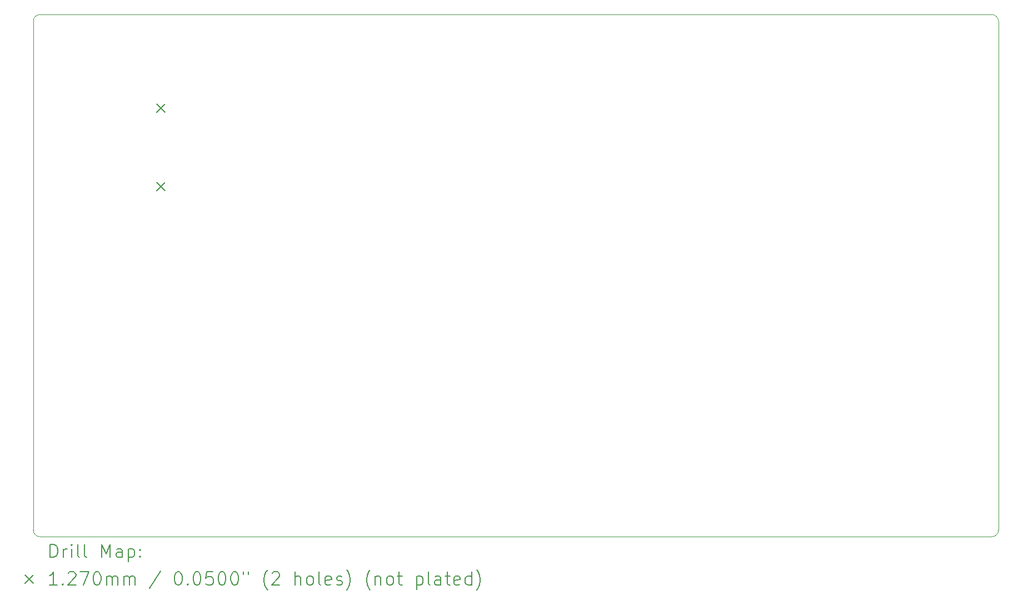
<source format=gbr>
%TF.GenerationSoftware,KiCad,Pcbnew,8.0.2*%
%TF.CreationDate,2024-05-21T21:06:25-07:00*%
%TF.ProjectId,voltage ref calibration tool,766f6c74-6167-4652-9072-65662063616c,rev?*%
%TF.SameCoordinates,Original*%
%TF.FileFunction,Drillmap*%
%TF.FilePolarity,Positive*%
%FSLAX45Y45*%
G04 Gerber Fmt 4.5, Leading zero omitted, Abs format (unit mm)*
G04 Created by KiCad (PCBNEW 8.0.2) date 2024-05-21 21:06:25*
%MOMM*%
%LPD*%
G01*
G04 APERTURE LIST*
%ADD10C,0.050000*%
%ADD11C,0.200000*%
%ADD12C,0.127000*%
G04 APERTURE END LIST*
D10*
X3733800Y-11252200D02*
G75*
G02*
X3632200Y-11150600I0J101600D01*
G01*
X3733800Y-11252200D02*
X18237200Y-11252200D01*
X18237200Y-3302000D02*
G75*
G02*
X18338800Y-3403600I0J-101600D01*
G01*
X3632200Y-3403600D02*
X3632200Y-11150600D01*
X18237200Y-3302000D02*
X3733800Y-3302000D01*
X18338800Y-11150600D02*
X18338800Y-3403600D01*
X3632200Y-3403600D02*
G75*
G02*
X3733800Y-3302000I101600J0D01*
G01*
X18338800Y-11150600D02*
G75*
G02*
X18237200Y-11252200I-101600J0D01*
G01*
D11*
D12*
X5511800Y-4660900D02*
X5638800Y-4787900D01*
X5638800Y-4660900D02*
X5511800Y-4787900D01*
X5511800Y-5860898D02*
X5638800Y-5987898D01*
X5638800Y-5860898D02*
X5511800Y-5987898D01*
D11*
X3890477Y-11566184D02*
X3890477Y-11366184D01*
X3890477Y-11366184D02*
X3938096Y-11366184D01*
X3938096Y-11366184D02*
X3966667Y-11375708D01*
X3966667Y-11375708D02*
X3985715Y-11394755D01*
X3985715Y-11394755D02*
X3995239Y-11413803D01*
X3995239Y-11413803D02*
X4004762Y-11451898D01*
X4004762Y-11451898D02*
X4004762Y-11480469D01*
X4004762Y-11480469D02*
X3995239Y-11518565D01*
X3995239Y-11518565D02*
X3985715Y-11537612D01*
X3985715Y-11537612D02*
X3966667Y-11556660D01*
X3966667Y-11556660D02*
X3938096Y-11566184D01*
X3938096Y-11566184D02*
X3890477Y-11566184D01*
X4090477Y-11566184D02*
X4090477Y-11432850D01*
X4090477Y-11470946D02*
X4100001Y-11451898D01*
X4100001Y-11451898D02*
X4109524Y-11442374D01*
X4109524Y-11442374D02*
X4128572Y-11432850D01*
X4128572Y-11432850D02*
X4147620Y-11432850D01*
X4214286Y-11566184D02*
X4214286Y-11432850D01*
X4214286Y-11366184D02*
X4204763Y-11375708D01*
X4204763Y-11375708D02*
X4214286Y-11385231D01*
X4214286Y-11385231D02*
X4223810Y-11375708D01*
X4223810Y-11375708D02*
X4214286Y-11366184D01*
X4214286Y-11366184D02*
X4214286Y-11385231D01*
X4338096Y-11566184D02*
X4319048Y-11556660D01*
X4319048Y-11556660D02*
X4309524Y-11537612D01*
X4309524Y-11537612D02*
X4309524Y-11366184D01*
X4442858Y-11566184D02*
X4423810Y-11556660D01*
X4423810Y-11556660D02*
X4414286Y-11537612D01*
X4414286Y-11537612D02*
X4414286Y-11366184D01*
X4671429Y-11566184D02*
X4671429Y-11366184D01*
X4671429Y-11366184D02*
X4738096Y-11509041D01*
X4738096Y-11509041D02*
X4804763Y-11366184D01*
X4804763Y-11366184D02*
X4804763Y-11566184D01*
X4985715Y-11566184D02*
X4985715Y-11461422D01*
X4985715Y-11461422D02*
X4976191Y-11442374D01*
X4976191Y-11442374D02*
X4957144Y-11432850D01*
X4957144Y-11432850D02*
X4919048Y-11432850D01*
X4919048Y-11432850D02*
X4900001Y-11442374D01*
X4985715Y-11556660D02*
X4966667Y-11566184D01*
X4966667Y-11566184D02*
X4919048Y-11566184D01*
X4919048Y-11566184D02*
X4900001Y-11556660D01*
X4900001Y-11556660D02*
X4890477Y-11537612D01*
X4890477Y-11537612D02*
X4890477Y-11518565D01*
X4890477Y-11518565D02*
X4900001Y-11499517D01*
X4900001Y-11499517D02*
X4919048Y-11489993D01*
X4919048Y-11489993D02*
X4966667Y-11489993D01*
X4966667Y-11489993D02*
X4985715Y-11480469D01*
X5080953Y-11432850D02*
X5080953Y-11632850D01*
X5080953Y-11442374D02*
X5100001Y-11432850D01*
X5100001Y-11432850D02*
X5138096Y-11432850D01*
X5138096Y-11432850D02*
X5157144Y-11442374D01*
X5157144Y-11442374D02*
X5166667Y-11451898D01*
X5166667Y-11451898D02*
X5176191Y-11470946D01*
X5176191Y-11470946D02*
X5176191Y-11528088D01*
X5176191Y-11528088D02*
X5166667Y-11547136D01*
X5166667Y-11547136D02*
X5157144Y-11556660D01*
X5157144Y-11556660D02*
X5138096Y-11566184D01*
X5138096Y-11566184D02*
X5100001Y-11566184D01*
X5100001Y-11566184D02*
X5080953Y-11556660D01*
X5261905Y-11547136D02*
X5271429Y-11556660D01*
X5271429Y-11556660D02*
X5261905Y-11566184D01*
X5261905Y-11566184D02*
X5252382Y-11556660D01*
X5252382Y-11556660D02*
X5261905Y-11547136D01*
X5261905Y-11547136D02*
X5261905Y-11566184D01*
X5261905Y-11442374D02*
X5271429Y-11451898D01*
X5271429Y-11451898D02*
X5261905Y-11461422D01*
X5261905Y-11461422D02*
X5252382Y-11451898D01*
X5252382Y-11451898D02*
X5261905Y-11442374D01*
X5261905Y-11442374D02*
X5261905Y-11461422D01*
D12*
X3502700Y-11831200D02*
X3629700Y-11958200D01*
X3629700Y-11831200D02*
X3502700Y-11958200D01*
D11*
X3995239Y-11986184D02*
X3880953Y-11986184D01*
X3938096Y-11986184D02*
X3938096Y-11786184D01*
X3938096Y-11786184D02*
X3919048Y-11814755D01*
X3919048Y-11814755D02*
X3900001Y-11833803D01*
X3900001Y-11833803D02*
X3880953Y-11843327D01*
X4080953Y-11967136D02*
X4090477Y-11976660D01*
X4090477Y-11976660D02*
X4080953Y-11986184D01*
X4080953Y-11986184D02*
X4071429Y-11976660D01*
X4071429Y-11976660D02*
X4080953Y-11967136D01*
X4080953Y-11967136D02*
X4080953Y-11986184D01*
X4166667Y-11805231D02*
X4176191Y-11795708D01*
X4176191Y-11795708D02*
X4195239Y-11786184D01*
X4195239Y-11786184D02*
X4242858Y-11786184D01*
X4242858Y-11786184D02*
X4261905Y-11795708D01*
X4261905Y-11795708D02*
X4271429Y-11805231D01*
X4271429Y-11805231D02*
X4280953Y-11824279D01*
X4280953Y-11824279D02*
X4280953Y-11843327D01*
X4280953Y-11843327D02*
X4271429Y-11871898D01*
X4271429Y-11871898D02*
X4157143Y-11986184D01*
X4157143Y-11986184D02*
X4280953Y-11986184D01*
X4347620Y-11786184D02*
X4480953Y-11786184D01*
X4480953Y-11786184D02*
X4395239Y-11986184D01*
X4595239Y-11786184D02*
X4614286Y-11786184D01*
X4614286Y-11786184D02*
X4633334Y-11795708D01*
X4633334Y-11795708D02*
X4642858Y-11805231D01*
X4642858Y-11805231D02*
X4652382Y-11824279D01*
X4652382Y-11824279D02*
X4661905Y-11862374D01*
X4661905Y-11862374D02*
X4661905Y-11909993D01*
X4661905Y-11909993D02*
X4652382Y-11948088D01*
X4652382Y-11948088D02*
X4642858Y-11967136D01*
X4642858Y-11967136D02*
X4633334Y-11976660D01*
X4633334Y-11976660D02*
X4614286Y-11986184D01*
X4614286Y-11986184D02*
X4595239Y-11986184D01*
X4595239Y-11986184D02*
X4576191Y-11976660D01*
X4576191Y-11976660D02*
X4566667Y-11967136D01*
X4566667Y-11967136D02*
X4557144Y-11948088D01*
X4557144Y-11948088D02*
X4547620Y-11909993D01*
X4547620Y-11909993D02*
X4547620Y-11862374D01*
X4547620Y-11862374D02*
X4557144Y-11824279D01*
X4557144Y-11824279D02*
X4566667Y-11805231D01*
X4566667Y-11805231D02*
X4576191Y-11795708D01*
X4576191Y-11795708D02*
X4595239Y-11786184D01*
X4747620Y-11986184D02*
X4747620Y-11852850D01*
X4747620Y-11871898D02*
X4757144Y-11862374D01*
X4757144Y-11862374D02*
X4776191Y-11852850D01*
X4776191Y-11852850D02*
X4804763Y-11852850D01*
X4804763Y-11852850D02*
X4823810Y-11862374D01*
X4823810Y-11862374D02*
X4833334Y-11881422D01*
X4833334Y-11881422D02*
X4833334Y-11986184D01*
X4833334Y-11881422D02*
X4842858Y-11862374D01*
X4842858Y-11862374D02*
X4861905Y-11852850D01*
X4861905Y-11852850D02*
X4890477Y-11852850D01*
X4890477Y-11852850D02*
X4909525Y-11862374D01*
X4909525Y-11862374D02*
X4919048Y-11881422D01*
X4919048Y-11881422D02*
X4919048Y-11986184D01*
X5014286Y-11986184D02*
X5014286Y-11852850D01*
X5014286Y-11871898D02*
X5023810Y-11862374D01*
X5023810Y-11862374D02*
X5042858Y-11852850D01*
X5042858Y-11852850D02*
X5071429Y-11852850D01*
X5071429Y-11852850D02*
X5090477Y-11862374D01*
X5090477Y-11862374D02*
X5100001Y-11881422D01*
X5100001Y-11881422D02*
X5100001Y-11986184D01*
X5100001Y-11881422D02*
X5109525Y-11862374D01*
X5109525Y-11862374D02*
X5128572Y-11852850D01*
X5128572Y-11852850D02*
X5157144Y-11852850D01*
X5157144Y-11852850D02*
X5176191Y-11862374D01*
X5176191Y-11862374D02*
X5185715Y-11881422D01*
X5185715Y-11881422D02*
X5185715Y-11986184D01*
X5576191Y-11776660D02*
X5404763Y-12033803D01*
X5833334Y-11786184D02*
X5852382Y-11786184D01*
X5852382Y-11786184D02*
X5871429Y-11795708D01*
X5871429Y-11795708D02*
X5880953Y-11805231D01*
X5880953Y-11805231D02*
X5890477Y-11824279D01*
X5890477Y-11824279D02*
X5900001Y-11862374D01*
X5900001Y-11862374D02*
X5900001Y-11909993D01*
X5900001Y-11909993D02*
X5890477Y-11948088D01*
X5890477Y-11948088D02*
X5880953Y-11967136D01*
X5880953Y-11967136D02*
X5871429Y-11976660D01*
X5871429Y-11976660D02*
X5852382Y-11986184D01*
X5852382Y-11986184D02*
X5833334Y-11986184D01*
X5833334Y-11986184D02*
X5814286Y-11976660D01*
X5814286Y-11976660D02*
X5804763Y-11967136D01*
X5804763Y-11967136D02*
X5795239Y-11948088D01*
X5795239Y-11948088D02*
X5785715Y-11909993D01*
X5785715Y-11909993D02*
X5785715Y-11862374D01*
X5785715Y-11862374D02*
X5795239Y-11824279D01*
X5795239Y-11824279D02*
X5804763Y-11805231D01*
X5804763Y-11805231D02*
X5814286Y-11795708D01*
X5814286Y-11795708D02*
X5833334Y-11786184D01*
X5985715Y-11967136D02*
X5995239Y-11976660D01*
X5995239Y-11976660D02*
X5985715Y-11986184D01*
X5985715Y-11986184D02*
X5976191Y-11976660D01*
X5976191Y-11976660D02*
X5985715Y-11967136D01*
X5985715Y-11967136D02*
X5985715Y-11986184D01*
X6119048Y-11786184D02*
X6138096Y-11786184D01*
X6138096Y-11786184D02*
X6157144Y-11795708D01*
X6157144Y-11795708D02*
X6166667Y-11805231D01*
X6166667Y-11805231D02*
X6176191Y-11824279D01*
X6176191Y-11824279D02*
X6185715Y-11862374D01*
X6185715Y-11862374D02*
X6185715Y-11909993D01*
X6185715Y-11909993D02*
X6176191Y-11948088D01*
X6176191Y-11948088D02*
X6166667Y-11967136D01*
X6166667Y-11967136D02*
X6157144Y-11976660D01*
X6157144Y-11976660D02*
X6138096Y-11986184D01*
X6138096Y-11986184D02*
X6119048Y-11986184D01*
X6119048Y-11986184D02*
X6100001Y-11976660D01*
X6100001Y-11976660D02*
X6090477Y-11967136D01*
X6090477Y-11967136D02*
X6080953Y-11948088D01*
X6080953Y-11948088D02*
X6071429Y-11909993D01*
X6071429Y-11909993D02*
X6071429Y-11862374D01*
X6071429Y-11862374D02*
X6080953Y-11824279D01*
X6080953Y-11824279D02*
X6090477Y-11805231D01*
X6090477Y-11805231D02*
X6100001Y-11795708D01*
X6100001Y-11795708D02*
X6119048Y-11786184D01*
X6366667Y-11786184D02*
X6271429Y-11786184D01*
X6271429Y-11786184D02*
X6261906Y-11881422D01*
X6261906Y-11881422D02*
X6271429Y-11871898D01*
X6271429Y-11871898D02*
X6290477Y-11862374D01*
X6290477Y-11862374D02*
X6338096Y-11862374D01*
X6338096Y-11862374D02*
X6357144Y-11871898D01*
X6357144Y-11871898D02*
X6366667Y-11881422D01*
X6366667Y-11881422D02*
X6376191Y-11900469D01*
X6376191Y-11900469D02*
X6376191Y-11948088D01*
X6376191Y-11948088D02*
X6366667Y-11967136D01*
X6366667Y-11967136D02*
X6357144Y-11976660D01*
X6357144Y-11976660D02*
X6338096Y-11986184D01*
X6338096Y-11986184D02*
X6290477Y-11986184D01*
X6290477Y-11986184D02*
X6271429Y-11976660D01*
X6271429Y-11976660D02*
X6261906Y-11967136D01*
X6500001Y-11786184D02*
X6519048Y-11786184D01*
X6519048Y-11786184D02*
X6538096Y-11795708D01*
X6538096Y-11795708D02*
X6547620Y-11805231D01*
X6547620Y-11805231D02*
X6557144Y-11824279D01*
X6557144Y-11824279D02*
X6566667Y-11862374D01*
X6566667Y-11862374D02*
X6566667Y-11909993D01*
X6566667Y-11909993D02*
X6557144Y-11948088D01*
X6557144Y-11948088D02*
X6547620Y-11967136D01*
X6547620Y-11967136D02*
X6538096Y-11976660D01*
X6538096Y-11976660D02*
X6519048Y-11986184D01*
X6519048Y-11986184D02*
X6500001Y-11986184D01*
X6500001Y-11986184D02*
X6480953Y-11976660D01*
X6480953Y-11976660D02*
X6471429Y-11967136D01*
X6471429Y-11967136D02*
X6461906Y-11948088D01*
X6461906Y-11948088D02*
X6452382Y-11909993D01*
X6452382Y-11909993D02*
X6452382Y-11862374D01*
X6452382Y-11862374D02*
X6461906Y-11824279D01*
X6461906Y-11824279D02*
X6471429Y-11805231D01*
X6471429Y-11805231D02*
X6480953Y-11795708D01*
X6480953Y-11795708D02*
X6500001Y-11786184D01*
X6690477Y-11786184D02*
X6709525Y-11786184D01*
X6709525Y-11786184D02*
X6728572Y-11795708D01*
X6728572Y-11795708D02*
X6738096Y-11805231D01*
X6738096Y-11805231D02*
X6747620Y-11824279D01*
X6747620Y-11824279D02*
X6757144Y-11862374D01*
X6757144Y-11862374D02*
X6757144Y-11909993D01*
X6757144Y-11909993D02*
X6747620Y-11948088D01*
X6747620Y-11948088D02*
X6738096Y-11967136D01*
X6738096Y-11967136D02*
X6728572Y-11976660D01*
X6728572Y-11976660D02*
X6709525Y-11986184D01*
X6709525Y-11986184D02*
X6690477Y-11986184D01*
X6690477Y-11986184D02*
X6671429Y-11976660D01*
X6671429Y-11976660D02*
X6661906Y-11967136D01*
X6661906Y-11967136D02*
X6652382Y-11948088D01*
X6652382Y-11948088D02*
X6642858Y-11909993D01*
X6642858Y-11909993D02*
X6642858Y-11862374D01*
X6642858Y-11862374D02*
X6652382Y-11824279D01*
X6652382Y-11824279D02*
X6661906Y-11805231D01*
X6661906Y-11805231D02*
X6671429Y-11795708D01*
X6671429Y-11795708D02*
X6690477Y-11786184D01*
X6833334Y-11786184D02*
X6833334Y-11824279D01*
X6909525Y-11786184D02*
X6909525Y-11824279D01*
X7204763Y-12062374D02*
X7195239Y-12052850D01*
X7195239Y-12052850D02*
X7176191Y-12024279D01*
X7176191Y-12024279D02*
X7166668Y-12005231D01*
X7166668Y-12005231D02*
X7157144Y-11976660D01*
X7157144Y-11976660D02*
X7147620Y-11929041D01*
X7147620Y-11929041D02*
X7147620Y-11890946D01*
X7147620Y-11890946D02*
X7157144Y-11843327D01*
X7157144Y-11843327D02*
X7166668Y-11814755D01*
X7166668Y-11814755D02*
X7176191Y-11795708D01*
X7176191Y-11795708D02*
X7195239Y-11767136D01*
X7195239Y-11767136D02*
X7204763Y-11757612D01*
X7271429Y-11805231D02*
X7280953Y-11795708D01*
X7280953Y-11795708D02*
X7300001Y-11786184D01*
X7300001Y-11786184D02*
X7347620Y-11786184D01*
X7347620Y-11786184D02*
X7366668Y-11795708D01*
X7366668Y-11795708D02*
X7376191Y-11805231D01*
X7376191Y-11805231D02*
X7385715Y-11824279D01*
X7385715Y-11824279D02*
X7385715Y-11843327D01*
X7385715Y-11843327D02*
X7376191Y-11871898D01*
X7376191Y-11871898D02*
X7261906Y-11986184D01*
X7261906Y-11986184D02*
X7385715Y-11986184D01*
X7623810Y-11986184D02*
X7623810Y-11786184D01*
X7709525Y-11986184D02*
X7709525Y-11881422D01*
X7709525Y-11881422D02*
X7700001Y-11862374D01*
X7700001Y-11862374D02*
X7680953Y-11852850D01*
X7680953Y-11852850D02*
X7652382Y-11852850D01*
X7652382Y-11852850D02*
X7633334Y-11862374D01*
X7633334Y-11862374D02*
X7623810Y-11871898D01*
X7833334Y-11986184D02*
X7814287Y-11976660D01*
X7814287Y-11976660D02*
X7804763Y-11967136D01*
X7804763Y-11967136D02*
X7795239Y-11948088D01*
X7795239Y-11948088D02*
X7795239Y-11890946D01*
X7795239Y-11890946D02*
X7804763Y-11871898D01*
X7804763Y-11871898D02*
X7814287Y-11862374D01*
X7814287Y-11862374D02*
X7833334Y-11852850D01*
X7833334Y-11852850D02*
X7861906Y-11852850D01*
X7861906Y-11852850D02*
X7880953Y-11862374D01*
X7880953Y-11862374D02*
X7890477Y-11871898D01*
X7890477Y-11871898D02*
X7900001Y-11890946D01*
X7900001Y-11890946D02*
X7900001Y-11948088D01*
X7900001Y-11948088D02*
X7890477Y-11967136D01*
X7890477Y-11967136D02*
X7880953Y-11976660D01*
X7880953Y-11976660D02*
X7861906Y-11986184D01*
X7861906Y-11986184D02*
X7833334Y-11986184D01*
X8014287Y-11986184D02*
X7995239Y-11976660D01*
X7995239Y-11976660D02*
X7985715Y-11957612D01*
X7985715Y-11957612D02*
X7985715Y-11786184D01*
X8166668Y-11976660D02*
X8147620Y-11986184D01*
X8147620Y-11986184D02*
X8109525Y-11986184D01*
X8109525Y-11986184D02*
X8090477Y-11976660D01*
X8090477Y-11976660D02*
X8080953Y-11957612D01*
X8080953Y-11957612D02*
X8080953Y-11881422D01*
X8080953Y-11881422D02*
X8090477Y-11862374D01*
X8090477Y-11862374D02*
X8109525Y-11852850D01*
X8109525Y-11852850D02*
X8147620Y-11852850D01*
X8147620Y-11852850D02*
X8166668Y-11862374D01*
X8166668Y-11862374D02*
X8176191Y-11881422D01*
X8176191Y-11881422D02*
X8176191Y-11900469D01*
X8176191Y-11900469D02*
X8080953Y-11919517D01*
X8252382Y-11976660D02*
X8271430Y-11986184D01*
X8271430Y-11986184D02*
X8309525Y-11986184D01*
X8309525Y-11986184D02*
X8328572Y-11976660D01*
X8328572Y-11976660D02*
X8338096Y-11957612D01*
X8338096Y-11957612D02*
X8338096Y-11948088D01*
X8338096Y-11948088D02*
X8328572Y-11929041D01*
X8328572Y-11929041D02*
X8309525Y-11919517D01*
X8309525Y-11919517D02*
X8280953Y-11919517D01*
X8280953Y-11919517D02*
X8261906Y-11909993D01*
X8261906Y-11909993D02*
X8252382Y-11890946D01*
X8252382Y-11890946D02*
X8252382Y-11881422D01*
X8252382Y-11881422D02*
X8261906Y-11862374D01*
X8261906Y-11862374D02*
X8280953Y-11852850D01*
X8280953Y-11852850D02*
X8309525Y-11852850D01*
X8309525Y-11852850D02*
X8328572Y-11862374D01*
X8404763Y-12062374D02*
X8414287Y-12052850D01*
X8414287Y-12052850D02*
X8433334Y-12024279D01*
X8433334Y-12024279D02*
X8442858Y-12005231D01*
X8442858Y-12005231D02*
X8452382Y-11976660D01*
X8452382Y-11976660D02*
X8461906Y-11929041D01*
X8461906Y-11929041D02*
X8461906Y-11890946D01*
X8461906Y-11890946D02*
X8452382Y-11843327D01*
X8452382Y-11843327D02*
X8442858Y-11814755D01*
X8442858Y-11814755D02*
X8433334Y-11795708D01*
X8433334Y-11795708D02*
X8414287Y-11767136D01*
X8414287Y-11767136D02*
X8404763Y-11757612D01*
X8766668Y-12062374D02*
X8757144Y-12052850D01*
X8757144Y-12052850D02*
X8738096Y-12024279D01*
X8738096Y-12024279D02*
X8728573Y-12005231D01*
X8728573Y-12005231D02*
X8719049Y-11976660D01*
X8719049Y-11976660D02*
X8709525Y-11929041D01*
X8709525Y-11929041D02*
X8709525Y-11890946D01*
X8709525Y-11890946D02*
X8719049Y-11843327D01*
X8719049Y-11843327D02*
X8728573Y-11814755D01*
X8728573Y-11814755D02*
X8738096Y-11795708D01*
X8738096Y-11795708D02*
X8757144Y-11767136D01*
X8757144Y-11767136D02*
X8766668Y-11757612D01*
X8842858Y-11852850D02*
X8842858Y-11986184D01*
X8842858Y-11871898D02*
X8852382Y-11862374D01*
X8852382Y-11862374D02*
X8871430Y-11852850D01*
X8871430Y-11852850D02*
X8900001Y-11852850D01*
X8900001Y-11852850D02*
X8919049Y-11862374D01*
X8919049Y-11862374D02*
X8928573Y-11881422D01*
X8928573Y-11881422D02*
X8928573Y-11986184D01*
X9052382Y-11986184D02*
X9033334Y-11976660D01*
X9033334Y-11976660D02*
X9023811Y-11967136D01*
X9023811Y-11967136D02*
X9014287Y-11948088D01*
X9014287Y-11948088D02*
X9014287Y-11890946D01*
X9014287Y-11890946D02*
X9023811Y-11871898D01*
X9023811Y-11871898D02*
X9033334Y-11862374D01*
X9033334Y-11862374D02*
X9052382Y-11852850D01*
X9052382Y-11852850D02*
X9080954Y-11852850D01*
X9080954Y-11852850D02*
X9100001Y-11862374D01*
X9100001Y-11862374D02*
X9109525Y-11871898D01*
X9109525Y-11871898D02*
X9119049Y-11890946D01*
X9119049Y-11890946D02*
X9119049Y-11948088D01*
X9119049Y-11948088D02*
X9109525Y-11967136D01*
X9109525Y-11967136D02*
X9100001Y-11976660D01*
X9100001Y-11976660D02*
X9080954Y-11986184D01*
X9080954Y-11986184D02*
X9052382Y-11986184D01*
X9176192Y-11852850D02*
X9252382Y-11852850D01*
X9204763Y-11786184D02*
X9204763Y-11957612D01*
X9204763Y-11957612D02*
X9214287Y-11976660D01*
X9214287Y-11976660D02*
X9233334Y-11986184D01*
X9233334Y-11986184D02*
X9252382Y-11986184D01*
X9471430Y-11852850D02*
X9471430Y-12052850D01*
X9471430Y-11862374D02*
X9490477Y-11852850D01*
X9490477Y-11852850D02*
X9528573Y-11852850D01*
X9528573Y-11852850D02*
X9547620Y-11862374D01*
X9547620Y-11862374D02*
X9557144Y-11871898D01*
X9557144Y-11871898D02*
X9566668Y-11890946D01*
X9566668Y-11890946D02*
X9566668Y-11948088D01*
X9566668Y-11948088D02*
X9557144Y-11967136D01*
X9557144Y-11967136D02*
X9547620Y-11976660D01*
X9547620Y-11976660D02*
X9528573Y-11986184D01*
X9528573Y-11986184D02*
X9490477Y-11986184D01*
X9490477Y-11986184D02*
X9471430Y-11976660D01*
X9680954Y-11986184D02*
X9661906Y-11976660D01*
X9661906Y-11976660D02*
X9652382Y-11957612D01*
X9652382Y-11957612D02*
X9652382Y-11786184D01*
X9842858Y-11986184D02*
X9842858Y-11881422D01*
X9842858Y-11881422D02*
X9833335Y-11862374D01*
X9833335Y-11862374D02*
X9814287Y-11852850D01*
X9814287Y-11852850D02*
X9776192Y-11852850D01*
X9776192Y-11852850D02*
X9757144Y-11862374D01*
X9842858Y-11976660D02*
X9823811Y-11986184D01*
X9823811Y-11986184D02*
X9776192Y-11986184D01*
X9776192Y-11986184D02*
X9757144Y-11976660D01*
X9757144Y-11976660D02*
X9747620Y-11957612D01*
X9747620Y-11957612D02*
X9747620Y-11938565D01*
X9747620Y-11938565D02*
X9757144Y-11919517D01*
X9757144Y-11919517D02*
X9776192Y-11909993D01*
X9776192Y-11909993D02*
X9823811Y-11909993D01*
X9823811Y-11909993D02*
X9842858Y-11900469D01*
X9909525Y-11852850D02*
X9985715Y-11852850D01*
X9938096Y-11786184D02*
X9938096Y-11957612D01*
X9938096Y-11957612D02*
X9947620Y-11976660D01*
X9947620Y-11976660D02*
X9966668Y-11986184D01*
X9966668Y-11986184D02*
X9985715Y-11986184D01*
X10128573Y-11976660D02*
X10109525Y-11986184D01*
X10109525Y-11986184D02*
X10071430Y-11986184D01*
X10071430Y-11986184D02*
X10052382Y-11976660D01*
X10052382Y-11976660D02*
X10042858Y-11957612D01*
X10042858Y-11957612D02*
X10042858Y-11881422D01*
X10042858Y-11881422D02*
X10052382Y-11862374D01*
X10052382Y-11862374D02*
X10071430Y-11852850D01*
X10071430Y-11852850D02*
X10109525Y-11852850D01*
X10109525Y-11852850D02*
X10128573Y-11862374D01*
X10128573Y-11862374D02*
X10138096Y-11881422D01*
X10138096Y-11881422D02*
X10138096Y-11900469D01*
X10138096Y-11900469D02*
X10042858Y-11919517D01*
X10309525Y-11986184D02*
X10309525Y-11786184D01*
X10309525Y-11976660D02*
X10290477Y-11986184D01*
X10290477Y-11986184D02*
X10252382Y-11986184D01*
X10252382Y-11986184D02*
X10233335Y-11976660D01*
X10233335Y-11976660D02*
X10223811Y-11967136D01*
X10223811Y-11967136D02*
X10214287Y-11948088D01*
X10214287Y-11948088D02*
X10214287Y-11890946D01*
X10214287Y-11890946D02*
X10223811Y-11871898D01*
X10223811Y-11871898D02*
X10233335Y-11862374D01*
X10233335Y-11862374D02*
X10252382Y-11852850D01*
X10252382Y-11852850D02*
X10290477Y-11852850D01*
X10290477Y-11852850D02*
X10309525Y-11862374D01*
X10385716Y-12062374D02*
X10395239Y-12052850D01*
X10395239Y-12052850D02*
X10414287Y-12024279D01*
X10414287Y-12024279D02*
X10423811Y-12005231D01*
X10423811Y-12005231D02*
X10433335Y-11976660D01*
X10433335Y-11976660D02*
X10442858Y-11929041D01*
X10442858Y-11929041D02*
X10442858Y-11890946D01*
X10442858Y-11890946D02*
X10433335Y-11843327D01*
X10433335Y-11843327D02*
X10423811Y-11814755D01*
X10423811Y-11814755D02*
X10414287Y-11795708D01*
X10414287Y-11795708D02*
X10395239Y-11767136D01*
X10395239Y-11767136D02*
X10385716Y-11757612D01*
M02*

</source>
